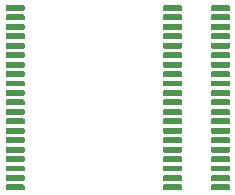
<source format=gbr>
%TF.GenerationSoftware,Altium Limited,Altium Designer,25.5.2 (35)*%
G04 Layer_Color=128*
%FSLAX45Y45*%
%MOMM*%
%TF.SameCoordinates,263EE719-961F-4448-A72E-CF07F5483F46*%
%TF.FilePolarity,Positive*%
%TF.FileFunction,Paste,Bot*%
%TF.Part,Single*%
G01*
G75*
G36*
X2124581Y2133097D02*
X2128097Y2129581D01*
X2130000Y2124986D01*
Y2122500D01*
Y2097500D01*
Y2095014D01*
X2128097Y2090419D01*
X2124581Y2086903D01*
X2119986Y2085000D01*
X1980013D01*
X1975419Y2086903D01*
X1971903Y2090419D01*
X1970000Y2095014D01*
Y2097500D01*
Y2122500D01*
Y2124986D01*
X1971903Y2129581D01*
X1975419Y2133097D01*
X1980013Y2135000D01*
X2119986D01*
X2124581Y2133097D01*
D02*
G37*
G36*
X1718581D02*
X1722097Y2129581D01*
X1724000Y2124986D01*
Y2122500D01*
Y2097500D01*
Y2095014D01*
X1722097Y2090419D01*
X1718581Y2086903D01*
X1713986Y2085000D01*
X1574013D01*
X1569419Y2086903D01*
X1565903Y2090419D01*
X1564000Y2095014D01*
Y2097500D01*
Y2122500D01*
Y2124986D01*
X1565903Y2129581D01*
X1569419Y2133097D01*
X1574013Y2135000D01*
X1713986D01*
X1718581Y2133097D01*
D02*
G37*
G36*
X384581D02*
X388097Y2129581D01*
X390000Y2124986D01*
Y2122500D01*
Y2097500D01*
Y2095014D01*
X388097Y2090419D01*
X384581Y2086903D01*
X379986Y2085000D01*
X240013D01*
X235419Y2086903D01*
X231903Y2090419D01*
X230000Y2095014D01*
Y2097500D01*
Y2122500D01*
Y2124986D01*
X231903Y2129581D01*
X235419Y2133097D01*
X240013Y2135000D01*
X379986D01*
X384581Y2133097D01*
D02*
G37*
G36*
X2124581Y2053097D02*
X2128097Y2049581D01*
X2130000Y2044986D01*
Y2042500D01*
Y2017500D01*
Y2015013D01*
X2128097Y2010419D01*
X2124581Y2006903D01*
X2119986Y2005000D01*
X1980013D01*
X1975419Y2006903D01*
X1971903Y2010419D01*
X1970000Y2015013D01*
Y2017500D01*
Y2042500D01*
Y2044986D01*
X1971903Y2049581D01*
X1975419Y2053097D01*
X1980013Y2055000D01*
X2119986D01*
X2124581Y2053097D01*
D02*
G37*
G36*
X1718581D02*
X1722097Y2049581D01*
X1724000Y2044986D01*
Y2042500D01*
Y2017500D01*
Y2015013D01*
X1722097Y2010419D01*
X1718581Y2006903D01*
X1713986Y2005000D01*
X1574013D01*
X1569419Y2006903D01*
X1565903Y2010419D01*
X1564000Y2015013D01*
Y2017500D01*
Y2042500D01*
Y2044986D01*
X1565903Y2049581D01*
X1569419Y2053097D01*
X1574013Y2055000D01*
X1713986D01*
X1718581Y2053097D01*
D02*
G37*
G36*
X384581D02*
X388097Y2049581D01*
X390000Y2044986D01*
Y2042500D01*
Y2017500D01*
Y2015013D01*
X388097Y2010419D01*
X384581Y2006903D01*
X379986Y2005000D01*
X240013D01*
X235419Y2006903D01*
X231903Y2010419D01*
X230000Y2015013D01*
Y2017500D01*
Y2042500D01*
Y2044986D01*
X231903Y2049581D01*
X235419Y2053097D01*
X240013Y2055000D01*
X379986D01*
X384581Y2053097D01*
D02*
G37*
G36*
X2124581Y1973097D02*
X2128097Y1969581D01*
X2130000Y1964986D01*
Y1962500D01*
Y1937500D01*
Y1935014D01*
X2128097Y1930419D01*
X2124581Y1926903D01*
X2119986Y1925000D01*
X1980013D01*
X1975419Y1926903D01*
X1971903Y1930419D01*
X1970000Y1935014D01*
Y1937500D01*
Y1962500D01*
Y1964986D01*
X1971903Y1969581D01*
X1975419Y1973097D01*
X1980013Y1975000D01*
X2119986D01*
X2124581Y1973097D01*
D02*
G37*
G36*
X1718581D02*
X1722097Y1969581D01*
X1724000Y1964986D01*
Y1962500D01*
Y1937500D01*
Y1935014D01*
X1722097Y1930419D01*
X1718581Y1926903D01*
X1713986Y1925000D01*
X1574013D01*
X1569419Y1926903D01*
X1565903Y1930419D01*
X1564000Y1935014D01*
Y1937500D01*
Y1962500D01*
Y1964986D01*
X1565903Y1969581D01*
X1569419Y1973097D01*
X1574013Y1975000D01*
X1713986D01*
X1718581Y1973097D01*
D02*
G37*
G36*
X384581D02*
X388097Y1969581D01*
X390000Y1964986D01*
Y1962500D01*
Y1937500D01*
Y1935014D01*
X388097Y1930419D01*
X384581Y1926903D01*
X379986Y1925000D01*
X240013D01*
X235419Y1926903D01*
X231903Y1930419D01*
X230000Y1935014D01*
Y1937500D01*
Y1962500D01*
Y1964986D01*
X231903Y1969581D01*
X235419Y1973097D01*
X240013Y1975000D01*
X379986D01*
X384581Y1973097D01*
D02*
G37*
G36*
X2124581Y1893097D02*
X2128097Y1889581D01*
X2130000Y1884986D01*
Y1882500D01*
Y1857500D01*
Y1855014D01*
X2128097Y1850419D01*
X2124581Y1846903D01*
X2119986Y1845000D01*
X1980013D01*
X1975419Y1846903D01*
X1971903Y1850419D01*
X1970000Y1855014D01*
Y1857500D01*
Y1882500D01*
Y1884986D01*
X1971903Y1889581D01*
X1975419Y1893097D01*
X1980013Y1895000D01*
X2119986D01*
X2124581Y1893097D01*
D02*
G37*
G36*
X1718581D02*
X1722097Y1889581D01*
X1724000Y1884986D01*
Y1882500D01*
Y1857500D01*
Y1855014D01*
X1722097Y1850419D01*
X1718581Y1846903D01*
X1713986Y1845000D01*
X1574013D01*
X1569419Y1846903D01*
X1565903Y1850419D01*
X1564000Y1855014D01*
Y1857500D01*
Y1882500D01*
Y1884986D01*
X1565903Y1889581D01*
X1569419Y1893097D01*
X1574013Y1895000D01*
X1713986D01*
X1718581Y1893097D01*
D02*
G37*
G36*
X384581D02*
X388097Y1889581D01*
X390000Y1884986D01*
Y1882500D01*
Y1857500D01*
Y1855014D01*
X388097Y1850419D01*
X384581Y1846903D01*
X379986Y1845000D01*
X240013D01*
X235419Y1846903D01*
X231903Y1850419D01*
X230000Y1855014D01*
Y1857500D01*
Y1882500D01*
Y1884986D01*
X231903Y1889581D01*
X235419Y1893097D01*
X240013Y1895000D01*
X379986D01*
X384581Y1893097D01*
D02*
G37*
G36*
X2124581Y1813097D02*
X2128097Y1809581D01*
X2130000Y1804986D01*
Y1802500D01*
Y1777500D01*
Y1775014D01*
X2128097Y1770419D01*
X2124581Y1766903D01*
X2119986Y1765000D01*
X1980013D01*
X1975419Y1766903D01*
X1971903Y1770419D01*
X1970000Y1775014D01*
Y1777500D01*
Y1802500D01*
Y1804986D01*
X1971903Y1809581D01*
X1975419Y1813097D01*
X1980013Y1815000D01*
X2119986D01*
X2124581Y1813097D01*
D02*
G37*
G36*
X1718581D02*
X1722097Y1809581D01*
X1724000Y1804986D01*
Y1802500D01*
Y1777500D01*
Y1775014D01*
X1722097Y1770419D01*
X1718581Y1766903D01*
X1713986Y1765000D01*
X1574013D01*
X1569419Y1766903D01*
X1565903Y1770419D01*
X1564000Y1775014D01*
Y1777500D01*
Y1802500D01*
Y1804986D01*
X1565903Y1809581D01*
X1569419Y1813097D01*
X1574013Y1815000D01*
X1713986D01*
X1718581Y1813097D01*
D02*
G37*
G36*
X384581D02*
X388097Y1809581D01*
X390000Y1804986D01*
Y1802500D01*
Y1777500D01*
Y1775014D01*
X388097Y1770419D01*
X384581Y1766903D01*
X379986Y1765000D01*
X240013D01*
X235419Y1766903D01*
X231903Y1770419D01*
X230000Y1775014D01*
Y1777500D01*
Y1802500D01*
Y1804986D01*
X231903Y1809581D01*
X235419Y1813097D01*
X240013Y1815000D01*
X379986D01*
X384581Y1813097D01*
D02*
G37*
G36*
X2124581Y1733097D02*
X2128097Y1729581D01*
X2130000Y1724986D01*
Y1722500D01*
Y1697500D01*
Y1695014D01*
X2128097Y1690419D01*
X2124581Y1686903D01*
X2119986Y1685000D01*
X1980013D01*
X1975419Y1686903D01*
X1971903Y1690419D01*
X1970000Y1695014D01*
Y1697500D01*
Y1722500D01*
Y1724986D01*
X1971903Y1729581D01*
X1975419Y1733097D01*
X1980013Y1735000D01*
X2119986D01*
X2124581Y1733097D01*
D02*
G37*
G36*
X1718581D02*
X1722097Y1729581D01*
X1724000Y1724986D01*
Y1722500D01*
Y1697500D01*
Y1695014D01*
X1722097Y1690419D01*
X1718581Y1686903D01*
X1713986Y1685000D01*
X1574013D01*
X1569419Y1686903D01*
X1565903Y1690419D01*
X1564000Y1695014D01*
Y1697500D01*
Y1722500D01*
Y1724986D01*
X1565903Y1729581D01*
X1569419Y1733097D01*
X1574013Y1735000D01*
X1713986D01*
X1718581Y1733097D01*
D02*
G37*
G36*
X384581D02*
X388097Y1729581D01*
X390000Y1724986D01*
Y1722500D01*
Y1697500D01*
Y1695014D01*
X388097Y1690419D01*
X384581Y1686903D01*
X379986Y1685000D01*
X240013D01*
X235419Y1686903D01*
X231903Y1690419D01*
X230000Y1695014D01*
Y1697500D01*
Y1722500D01*
Y1724986D01*
X231903Y1729581D01*
X235419Y1733097D01*
X240013Y1735000D01*
X379986D01*
X384581Y1733097D01*
D02*
G37*
G36*
X2124581Y1653097D02*
X2128097Y1649581D01*
X2130000Y1644986D01*
Y1642500D01*
Y1617500D01*
Y1615014D01*
X2128097Y1610419D01*
X2124581Y1606903D01*
X2119986Y1605000D01*
X1980013D01*
X1975419Y1606903D01*
X1971903Y1610419D01*
X1970000Y1615014D01*
Y1617500D01*
Y1642500D01*
Y1644986D01*
X1971903Y1649581D01*
X1975419Y1653097D01*
X1980013Y1655000D01*
X2119986D01*
X2124581Y1653097D01*
D02*
G37*
G36*
X1718581D02*
X1722097Y1649581D01*
X1724000Y1644986D01*
Y1642500D01*
Y1617500D01*
Y1615014D01*
X1722097Y1610419D01*
X1718581Y1606903D01*
X1713986Y1605000D01*
X1574013D01*
X1569419Y1606903D01*
X1565903Y1610419D01*
X1564000Y1615014D01*
Y1617500D01*
Y1642500D01*
Y1644986D01*
X1565903Y1649581D01*
X1569419Y1653097D01*
X1574013Y1655000D01*
X1713986D01*
X1718581Y1653097D01*
D02*
G37*
G36*
X384581D02*
X388097Y1649581D01*
X390000Y1644986D01*
Y1642500D01*
Y1617500D01*
Y1615014D01*
X388097Y1610419D01*
X384581Y1606903D01*
X379986Y1605000D01*
X240013D01*
X235419Y1606903D01*
X231903Y1610419D01*
X230000Y1615014D01*
Y1617500D01*
Y1642500D01*
Y1644986D01*
X231903Y1649581D01*
X235419Y1653097D01*
X240013Y1655000D01*
X379986D01*
X384581Y1653097D01*
D02*
G37*
G36*
X2124581Y1573097D02*
X2128097Y1569581D01*
X2130000Y1564986D01*
Y1562500D01*
Y1537500D01*
Y1535014D01*
X2128097Y1530419D01*
X2124581Y1526903D01*
X2119986Y1525000D01*
X1980013D01*
X1975419Y1526903D01*
X1971903Y1530419D01*
X1970000Y1535014D01*
Y1537500D01*
Y1562500D01*
Y1564986D01*
X1971903Y1569581D01*
X1975419Y1573097D01*
X1980013Y1575000D01*
X2119986D01*
X2124581Y1573097D01*
D02*
G37*
G36*
X1718581D02*
X1722097Y1569581D01*
X1724000Y1564986D01*
Y1562500D01*
Y1537500D01*
Y1535014D01*
X1722097Y1530419D01*
X1718581Y1526903D01*
X1713986Y1525000D01*
X1574013D01*
X1569419Y1526903D01*
X1565903Y1530419D01*
X1564000Y1535014D01*
Y1537500D01*
Y1562500D01*
Y1564986D01*
X1565903Y1569581D01*
X1569419Y1573097D01*
X1574013Y1575000D01*
X1713986D01*
X1718581Y1573097D01*
D02*
G37*
G36*
X384581D02*
X388097Y1569581D01*
X390000Y1564986D01*
Y1562500D01*
Y1537500D01*
Y1535014D01*
X388097Y1530419D01*
X384581Y1526903D01*
X379986Y1525000D01*
X240013D01*
X235419Y1526903D01*
X231903Y1530419D01*
X230000Y1535014D01*
Y1537500D01*
Y1562500D01*
Y1564986D01*
X231903Y1569581D01*
X235419Y1573097D01*
X240013Y1575000D01*
X379986D01*
X384581Y1573097D01*
D02*
G37*
G36*
X2124581Y1493097D02*
X2128097Y1489581D01*
X2130000Y1484986D01*
Y1482500D01*
Y1457500D01*
Y1455014D01*
X2128097Y1450419D01*
X2124581Y1446903D01*
X2119986Y1445000D01*
X1980013D01*
X1975419Y1446903D01*
X1971903Y1450419D01*
X1970000Y1455014D01*
Y1457500D01*
Y1482500D01*
Y1484986D01*
X1971903Y1489581D01*
X1975419Y1493097D01*
X1980013Y1495000D01*
X2119986D01*
X2124581Y1493097D01*
D02*
G37*
G36*
X1718581D02*
X1722097Y1489581D01*
X1724000Y1484986D01*
Y1482500D01*
Y1457500D01*
Y1455014D01*
X1722097Y1450419D01*
X1718581Y1446903D01*
X1713986Y1445000D01*
X1574013D01*
X1569419Y1446903D01*
X1565903Y1450419D01*
X1564000Y1455014D01*
Y1457500D01*
Y1482500D01*
Y1484986D01*
X1565903Y1489581D01*
X1569419Y1493097D01*
X1574013Y1495000D01*
X1713986D01*
X1718581Y1493097D01*
D02*
G37*
G36*
X384581D02*
X388097Y1489581D01*
X390000Y1484986D01*
Y1482500D01*
Y1457500D01*
Y1455014D01*
X388097Y1450419D01*
X384581Y1446903D01*
X379986Y1445000D01*
X240013D01*
X235419Y1446903D01*
X231903Y1450419D01*
X230000Y1455014D01*
Y1457500D01*
Y1482500D01*
Y1484986D01*
X231903Y1489581D01*
X235419Y1493097D01*
X240013Y1495000D01*
X379986D01*
X384581Y1493097D01*
D02*
G37*
G36*
X2124581Y1413097D02*
X2128097Y1409581D01*
X2130000Y1404986D01*
Y1402500D01*
Y1377500D01*
Y1375014D01*
X2128097Y1370419D01*
X2124581Y1366903D01*
X2119986Y1365000D01*
X1980013D01*
X1975419Y1366903D01*
X1971903Y1370419D01*
X1970000Y1375014D01*
Y1377500D01*
Y1402500D01*
Y1404986D01*
X1971903Y1409581D01*
X1975419Y1413097D01*
X1980013Y1415000D01*
X2119986D01*
X2124581Y1413097D01*
D02*
G37*
G36*
X1718581D02*
X1722097Y1409581D01*
X1724000Y1404986D01*
Y1402500D01*
Y1377500D01*
Y1375014D01*
X1722097Y1370419D01*
X1718581Y1366903D01*
X1713986Y1365000D01*
X1574013D01*
X1569419Y1366903D01*
X1565903Y1370419D01*
X1564000Y1375014D01*
Y1377500D01*
Y1402500D01*
Y1404986D01*
X1565903Y1409581D01*
X1569419Y1413097D01*
X1574013Y1415000D01*
X1713986D01*
X1718581Y1413097D01*
D02*
G37*
G36*
X384581D02*
X388097Y1409581D01*
X390000Y1404986D01*
Y1402500D01*
Y1377500D01*
Y1375014D01*
X388097Y1370419D01*
X384581Y1366903D01*
X379986Y1365000D01*
X240013D01*
X235419Y1366903D01*
X231903Y1370419D01*
X230000Y1375014D01*
Y1377500D01*
Y1402500D01*
Y1404986D01*
X231903Y1409581D01*
X235419Y1413097D01*
X240013Y1415000D01*
X379986D01*
X384581Y1413097D01*
D02*
G37*
G36*
X2124581Y1333097D02*
X2128097Y1329581D01*
X2130000Y1324986D01*
Y1322500D01*
Y1297500D01*
Y1295014D01*
X2128097Y1290419D01*
X2124581Y1286903D01*
X2119986Y1285000D01*
X1980013D01*
X1975419Y1286903D01*
X1971903Y1290419D01*
X1970000Y1295014D01*
Y1297500D01*
Y1322500D01*
Y1324986D01*
X1971903Y1329581D01*
X1975419Y1333097D01*
X1980013Y1335000D01*
X2119986D01*
X2124581Y1333097D01*
D02*
G37*
G36*
X1718581D02*
X1722097Y1329581D01*
X1724000Y1324986D01*
Y1322500D01*
Y1297500D01*
Y1295014D01*
X1722097Y1290419D01*
X1718581Y1286903D01*
X1713986Y1285000D01*
X1574013D01*
X1569419Y1286903D01*
X1565903Y1290419D01*
X1564000Y1295014D01*
Y1297500D01*
Y1322500D01*
Y1324986D01*
X1565903Y1329581D01*
X1569419Y1333097D01*
X1574013Y1335000D01*
X1713986D01*
X1718581Y1333097D01*
D02*
G37*
G36*
X384581D02*
X388097Y1329581D01*
X390000Y1324986D01*
Y1322500D01*
Y1297500D01*
Y1295014D01*
X388097Y1290419D01*
X384581Y1286903D01*
X379986Y1285000D01*
X240013D01*
X235419Y1286903D01*
X231903Y1290419D01*
X230000Y1295014D01*
Y1297500D01*
Y1322500D01*
Y1324986D01*
X231903Y1329581D01*
X235419Y1333097D01*
X240013Y1335000D01*
X379986D01*
X384581Y1333097D01*
D02*
G37*
G36*
X2124581Y1253097D02*
X2128097Y1249581D01*
X2130000Y1244986D01*
Y1242500D01*
Y1217500D01*
Y1215014D01*
X2128097Y1210419D01*
X2124581Y1206903D01*
X2119986Y1205000D01*
X1980013D01*
X1975419Y1206903D01*
X1971903Y1210419D01*
X1970000Y1215014D01*
Y1217500D01*
Y1242500D01*
Y1244986D01*
X1971903Y1249581D01*
X1975419Y1253097D01*
X1980013Y1255000D01*
X2119986D01*
X2124581Y1253097D01*
D02*
G37*
G36*
X1718581D02*
X1722097Y1249581D01*
X1724000Y1244986D01*
Y1242500D01*
Y1217500D01*
Y1215014D01*
X1722097Y1210419D01*
X1718581Y1206903D01*
X1713986Y1205000D01*
X1574013D01*
X1569419Y1206903D01*
X1565903Y1210419D01*
X1564000Y1215014D01*
Y1217500D01*
Y1242500D01*
Y1244986D01*
X1565903Y1249581D01*
X1569419Y1253097D01*
X1574013Y1255000D01*
X1713986D01*
X1718581Y1253097D01*
D02*
G37*
G36*
X384581D02*
X388097Y1249581D01*
X390000Y1244986D01*
Y1242500D01*
Y1217500D01*
Y1215014D01*
X388097Y1210419D01*
X384581Y1206903D01*
X379986Y1205000D01*
X240013D01*
X235419Y1206903D01*
X231903Y1210419D01*
X230000Y1215014D01*
Y1217500D01*
Y1242500D01*
Y1244986D01*
X231903Y1249581D01*
X235419Y1253097D01*
X240013Y1255000D01*
X379986D01*
X384581Y1253097D01*
D02*
G37*
G36*
X2124581Y1173097D02*
X2128097Y1169581D01*
X2130000Y1164986D01*
Y1162500D01*
Y1137500D01*
Y1135013D01*
X2128097Y1130419D01*
X2124581Y1126903D01*
X2119986Y1125000D01*
X1980013D01*
X1975419Y1126903D01*
X1971903Y1130419D01*
X1970000Y1135013D01*
Y1137500D01*
Y1162500D01*
Y1164986D01*
X1971903Y1169581D01*
X1975419Y1173097D01*
X1980013Y1175000D01*
X2119986D01*
X2124581Y1173097D01*
D02*
G37*
G36*
X1718581D02*
X1722097Y1169581D01*
X1724000Y1164986D01*
Y1162500D01*
Y1137500D01*
Y1135013D01*
X1722097Y1130419D01*
X1718581Y1126903D01*
X1713986Y1125000D01*
X1574013D01*
X1569419Y1126903D01*
X1565903Y1130419D01*
X1564000Y1135013D01*
Y1137500D01*
Y1162500D01*
Y1164986D01*
X1565903Y1169581D01*
X1569419Y1173097D01*
X1574013Y1175000D01*
X1713986D01*
X1718581Y1173097D01*
D02*
G37*
G36*
X384581D02*
X388097Y1169581D01*
X390000Y1164986D01*
Y1162500D01*
Y1137500D01*
Y1135013D01*
X388097Y1130419D01*
X384581Y1126903D01*
X379986Y1125000D01*
X240013D01*
X235419Y1126903D01*
X231903Y1130419D01*
X230000Y1135013D01*
Y1137500D01*
Y1162500D01*
Y1164986D01*
X231903Y1169581D01*
X235419Y1173097D01*
X240013Y1175000D01*
X379986D01*
X384581Y1173097D01*
D02*
G37*
G36*
X2124581Y1093097D02*
X2128097Y1089581D01*
X2130000Y1084986D01*
Y1082500D01*
Y1057500D01*
Y1055014D01*
X2128097Y1050419D01*
X2124581Y1046903D01*
X2119986Y1045000D01*
X1980013D01*
X1975419Y1046903D01*
X1971903Y1050419D01*
X1970000Y1055014D01*
Y1057500D01*
Y1082500D01*
Y1084986D01*
X1971903Y1089581D01*
X1975419Y1093097D01*
X1980013Y1095000D01*
X2119986D01*
X2124581Y1093097D01*
D02*
G37*
G36*
X1718581D02*
X1722097Y1089581D01*
X1724000Y1084986D01*
Y1082500D01*
Y1057500D01*
Y1055014D01*
X1722097Y1050419D01*
X1718581Y1046903D01*
X1713986Y1045000D01*
X1574013D01*
X1569419Y1046903D01*
X1565903Y1050419D01*
X1564000Y1055014D01*
Y1057500D01*
Y1082500D01*
Y1084986D01*
X1565903Y1089581D01*
X1569419Y1093097D01*
X1574013Y1095000D01*
X1713986D01*
X1718581Y1093097D01*
D02*
G37*
G36*
X384581D02*
X388097Y1089581D01*
X390000Y1084986D01*
Y1082500D01*
Y1057500D01*
Y1055014D01*
X388097Y1050419D01*
X384581Y1046903D01*
X379986Y1045000D01*
X240013D01*
X235419Y1046903D01*
X231903Y1050419D01*
X230000Y1055014D01*
Y1057500D01*
Y1082500D01*
Y1084986D01*
X231903Y1089581D01*
X235419Y1093097D01*
X240013Y1095000D01*
X379986D01*
X384581Y1093097D01*
D02*
G37*
G36*
X2124581Y1013097D02*
X2128097Y1009581D01*
X2130000Y1004986D01*
Y1002500D01*
Y977500D01*
Y975014D01*
X2128097Y970419D01*
X2124581Y966903D01*
X2119986Y965000D01*
X1980013D01*
X1975419Y966903D01*
X1971903Y970419D01*
X1970000Y975014D01*
Y977500D01*
Y1002500D01*
Y1004986D01*
X1971903Y1009581D01*
X1975419Y1013097D01*
X1980013Y1015000D01*
X2119986D01*
X2124581Y1013097D01*
D02*
G37*
G36*
X1718581D02*
X1722097Y1009581D01*
X1724000Y1004986D01*
Y1002500D01*
Y977500D01*
Y975014D01*
X1722097Y970419D01*
X1718581Y966903D01*
X1713986Y965000D01*
X1574013D01*
X1569419Y966903D01*
X1565903Y970419D01*
X1564000Y975014D01*
Y977500D01*
Y1002500D01*
Y1004986D01*
X1565903Y1009581D01*
X1569419Y1013097D01*
X1574013Y1015000D01*
X1713986D01*
X1718581Y1013097D01*
D02*
G37*
G36*
X384581D02*
X388097Y1009581D01*
X390000Y1004986D01*
Y1002500D01*
Y977500D01*
Y975014D01*
X388097Y970419D01*
X384581Y966903D01*
X379986Y965000D01*
X240013D01*
X235419Y966903D01*
X231903Y970419D01*
X230000Y975014D01*
Y977500D01*
Y1002500D01*
Y1004986D01*
X231903Y1009581D01*
X235419Y1013097D01*
X240013Y1015000D01*
X379986D01*
X384581Y1013097D01*
D02*
G37*
G36*
X2124581Y933097D02*
X2128097Y929581D01*
X2130000Y924986D01*
Y922500D01*
Y897500D01*
Y895013D01*
X2128097Y890419D01*
X2124581Y886903D01*
X2119986Y885000D01*
X1980013D01*
X1975419Y886903D01*
X1971903Y890419D01*
X1970000Y895013D01*
Y897500D01*
Y922500D01*
Y924986D01*
X1971903Y929581D01*
X1975419Y933097D01*
X1980013Y935000D01*
X2119986D01*
X2124581Y933097D01*
D02*
G37*
G36*
X1718581D02*
X1722097Y929581D01*
X1724000Y924986D01*
Y922500D01*
Y897500D01*
Y895013D01*
X1722097Y890419D01*
X1718581Y886903D01*
X1713986Y885000D01*
X1574013D01*
X1569419Y886903D01*
X1565903Y890419D01*
X1564000Y895013D01*
Y897500D01*
Y922500D01*
Y924986D01*
X1565903Y929581D01*
X1569419Y933097D01*
X1574013Y935000D01*
X1713986D01*
X1718581Y933097D01*
D02*
G37*
G36*
X384581D02*
X388097Y929581D01*
X390000Y924986D01*
Y922500D01*
Y897500D01*
Y895013D01*
X388097Y890419D01*
X384581Y886903D01*
X379986Y885000D01*
X240013D01*
X235419Y886903D01*
X231903Y890419D01*
X230000Y895013D01*
Y897500D01*
Y922500D01*
Y924986D01*
X231903Y929581D01*
X235419Y933097D01*
X240013Y935000D01*
X379986D01*
X384581Y933097D01*
D02*
G37*
G36*
X2124581Y853097D02*
X2128097Y849581D01*
X2130000Y844986D01*
Y842500D01*
Y817500D01*
Y815014D01*
X2128097Y810419D01*
X2124581Y806903D01*
X2119986Y805000D01*
X1980013D01*
X1975419Y806903D01*
X1971903Y810419D01*
X1970000Y815014D01*
Y817500D01*
Y842500D01*
Y844986D01*
X1971903Y849581D01*
X1975419Y853097D01*
X1980013Y855000D01*
X2119986D01*
X2124581Y853097D01*
D02*
G37*
G36*
X1718581D02*
X1722097Y849581D01*
X1724000Y844986D01*
Y842500D01*
Y817500D01*
Y815014D01*
X1722097Y810419D01*
X1718581Y806903D01*
X1713986Y805000D01*
X1574013D01*
X1569419Y806903D01*
X1565903Y810419D01*
X1564000Y815014D01*
Y817500D01*
Y842500D01*
Y844986D01*
X1565903Y849581D01*
X1569419Y853097D01*
X1574013Y855000D01*
X1713986D01*
X1718581Y853097D01*
D02*
G37*
G36*
X384581D02*
X388097Y849581D01*
X390000Y844986D01*
Y842500D01*
Y817500D01*
Y815014D01*
X388097Y810419D01*
X384581Y806903D01*
X379986Y805000D01*
X240013D01*
X235419Y806903D01*
X231903Y810419D01*
X230000Y815014D01*
Y817500D01*
Y842500D01*
Y844986D01*
X231903Y849581D01*
X235419Y853097D01*
X240013Y855000D01*
X379986D01*
X384581Y853097D01*
D02*
G37*
G36*
X2124581Y773097D02*
X2128097Y769581D01*
X2130000Y764987D01*
Y762500D01*
Y737500D01*
Y735014D01*
X2128097Y730419D01*
X2124581Y726903D01*
X2119986Y725000D01*
X1980013D01*
X1975419Y726903D01*
X1971903Y730419D01*
X1970000Y735014D01*
Y737500D01*
Y762500D01*
Y764987D01*
X1971903Y769581D01*
X1975419Y773097D01*
X1980013Y775000D01*
X2119986D01*
X2124581Y773097D01*
D02*
G37*
G36*
X1718581D02*
X1722097Y769581D01*
X1724000Y764987D01*
Y762500D01*
Y737500D01*
Y735014D01*
X1722097Y730419D01*
X1718581Y726903D01*
X1713986Y725000D01*
X1574013D01*
X1569419Y726903D01*
X1565903Y730419D01*
X1564000Y735014D01*
Y737500D01*
Y762500D01*
Y764987D01*
X1565903Y769581D01*
X1569419Y773097D01*
X1574013Y775000D01*
X1713986D01*
X1718581Y773097D01*
D02*
G37*
G36*
X384581D02*
X388097Y769581D01*
X390000Y764987D01*
Y762500D01*
Y737500D01*
Y735014D01*
X388097Y730419D01*
X384581Y726903D01*
X379986Y725000D01*
X240013D01*
X235419Y726903D01*
X231903Y730419D01*
X230000Y735014D01*
Y737500D01*
Y762500D01*
Y764987D01*
X231903Y769581D01*
X235419Y773097D01*
X240013Y775000D01*
X379986D01*
X384581Y773097D01*
D02*
G37*
G36*
X2124581Y693097D02*
X2128097Y689581D01*
X2130000Y684986D01*
Y682500D01*
Y657500D01*
Y655013D01*
X2128097Y650419D01*
X2124581Y646903D01*
X2119986Y645000D01*
X1980013D01*
X1975419Y646903D01*
X1971903Y650419D01*
X1970000Y655013D01*
Y657500D01*
Y682500D01*
Y684986D01*
X1971903Y689581D01*
X1975419Y693097D01*
X1980013Y695000D01*
X2119986D01*
X2124581Y693097D01*
D02*
G37*
G36*
X1718581D02*
X1722097Y689581D01*
X1724000Y684986D01*
Y682500D01*
Y657500D01*
Y655013D01*
X1722097Y650419D01*
X1718581Y646903D01*
X1713986Y645000D01*
X1574013D01*
X1569419Y646903D01*
X1565903Y650419D01*
X1564000Y655013D01*
Y657500D01*
Y682500D01*
Y684986D01*
X1565903Y689581D01*
X1569419Y693097D01*
X1574013Y695000D01*
X1713986D01*
X1718581Y693097D01*
D02*
G37*
G36*
X384581D02*
X388097Y689581D01*
X390000Y684986D01*
Y682500D01*
Y657500D01*
Y655013D01*
X388097Y650419D01*
X384581Y646903D01*
X379986Y645000D01*
X240013D01*
X235419Y646903D01*
X231903Y650419D01*
X230000Y655013D01*
Y657500D01*
Y682500D01*
Y684986D01*
X231903Y689581D01*
X235419Y693097D01*
X240013Y695000D01*
X379986D01*
X384581Y693097D01*
D02*
G37*
G36*
X2124581Y613097D02*
X2128097Y609581D01*
X2130000Y604986D01*
Y602500D01*
Y577500D01*
Y575014D01*
X2128097Y570419D01*
X2124581Y566903D01*
X2119986Y565000D01*
X1980013D01*
X1975419Y566903D01*
X1971903Y570419D01*
X1970000Y575014D01*
Y577500D01*
Y602500D01*
Y604986D01*
X1971903Y609581D01*
X1975419Y613097D01*
X1980013Y615000D01*
X2119986D01*
X2124581Y613097D01*
D02*
G37*
G36*
X1718581D02*
X1722097Y609581D01*
X1724000Y604986D01*
Y602500D01*
Y577500D01*
Y575014D01*
X1722097Y570419D01*
X1718581Y566903D01*
X1713986Y565000D01*
X1574013D01*
X1569419Y566903D01*
X1565903Y570419D01*
X1564000Y575014D01*
Y577500D01*
Y602500D01*
Y604986D01*
X1565903Y609581D01*
X1569419Y613097D01*
X1574013Y615000D01*
X1713986D01*
X1718581Y613097D01*
D02*
G37*
G36*
X384581D02*
X388097Y609581D01*
X390000Y604986D01*
Y602500D01*
Y577500D01*
Y575014D01*
X388097Y570419D01*
X384581Y566903D01*
X379986Y565000D01*
X240013D01*
X235419Y566903D01*
X231903Y570419D01*
X230000Y575014D01*
Y577500D01*
Y602500D01*
Y604986D01*
X231903Y609581D01*
X235419Y613097D01*
X240013Y615000D01*
X379986D01*
X384581Y613097D01*
D02*
G37*
%TF.MD5,768ae8be9e6a03c08142a61673da8fb2*%
M02*

</source>
